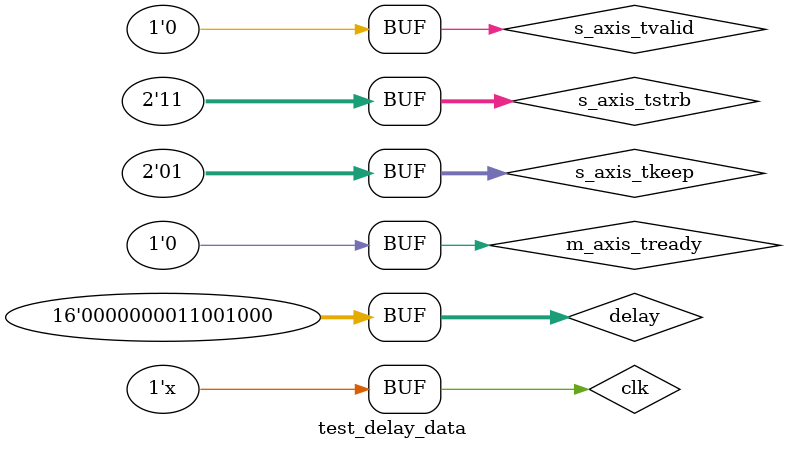
<source format=sv>
`timescale 1ns / 1ps


module test_delay_data(); 
parameter n=2; 
logic clk;
logic enable;
logic [15:0] delay;
logic [8*n-1:0] DATA_IN;
logic [8*n-1:0] DATA_OUT;

logic m_axis_tready;
logic s_axis_tvalid;

logic s_axis_tready;
logic m_axis_tvalid;

logic [n-1:0] s_axis_tkeep;
logic [n-1:0] s_axis_tstrb;

logic [n-1:0] m_axis_tkeep;
logic [n-1:0] m_axis_tstrb;



initial begin
clk   = 0;
delay = 200;

s_axis_tkeep  = 0;
s_axis_tstrb  = 0;
m_axis_tready = 0;
s_axis_tvalid = 0;

#50 m_axis_tready = 1;
#80 s_axis_tvalid = 1;

#80 s_axis_tkeep = 1;
#80 s_axis_tstrb = 3;

#90 s_axis_tkeep = 3;
#90 s_axis_tstrb = 2;

#280 s_axis_tkeep  = 0;
#290 s_axis_tstrb = 0;

#300 m_axis_tready = 0;
#310 s_axis_tvalid = 0;

#320 s_axis_tkeep  = 1;
#330 s_axis_tstrb = 3;
end

always begin
   #1 clk = !clk; 
end

always_ff @( posedge clk) begin
    if (s_axis_tready & s_axis_tvalid)
    DATA_IN  <= DATA_IN + 1;
    else DATA_IN  <= 0;
end



delay_data DD (.ACLK(clk),.delay(delay), .s_axis_tdata(DATA_IN), .m_axis_tready(m_axis_tready),.s_axis_tvalid(s_axis_tvalid),
 .s_axis_tstrb( s_axis_tstrb),.s_axis_tkeep( s_axis_tkeep),//inputs
.enable(enable), .s_axis_tready(s_axis_tready),.m_axis_tvalid(m_axis_tvalid),.m_axis_tdata(DATA_OUT),
.m_axis_tstrb( m_axis_tstrb),.m_axis_tkeep( m_axis_tkeep)) ;//outputs
endmodule

</source>
